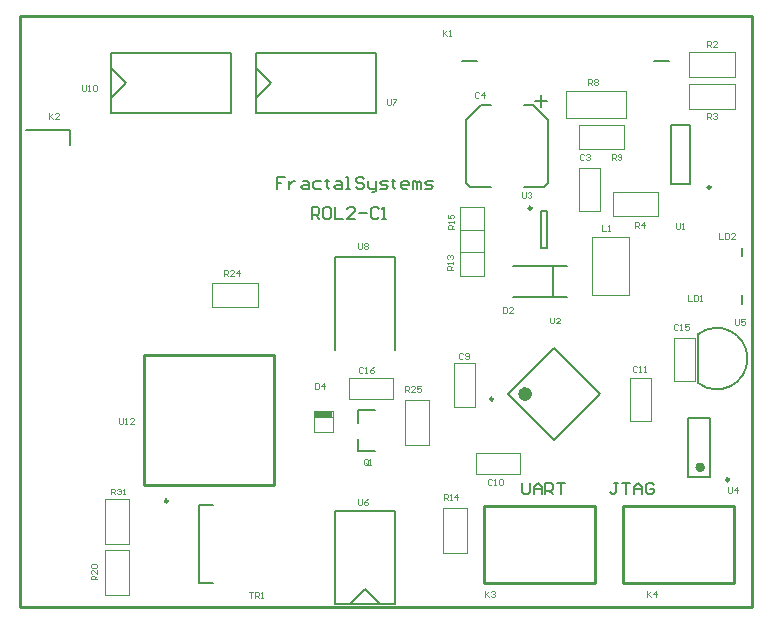
<source format=gto>
%FSLAX25Y25*%
%MOIN*%
G70*
G01*
G75*
G04 Layer_Color=65535*
%ADD10R,0.04331X0.05512*%
%ADD11R,0.03543X0.02756*%
%ADD12R,0.04803X0.03583*%
%ADD13R,0.03150X0.09449*%
%ADD14R,0.05512X0.04331*%
%ADD15R,0.24410X0.22835*%
%ADD16R,0.11811X0.06299*%
%ADD17R,0.07087X0.08268*%
%ADD18R,0.10039X0.07677*%
%ADD19R,0.04331X0.02362*%
G04:AMPARAMS|DCode=20|XSize=9.84mil|YSize=70.87mil|CornerRadius=0mil|HoleSize=0mil|Usage=FLASHONLY|Rotation=135.000|XOffset=0mil|YOffset=0mil|HoleType=Round|Shape=Round|*
%AMOVALD20*
21,1,0.06102,0.00984,0.00000,0.00000,225.0*
1,1,0.00984,0.02158,0.02158*
1,1,0.00984,-0.02158,-0.02158*
%
%ADD20OVALD20*%

G04:AMPARAMS|DCode=21|XSize=9.84mil|YSize=70.87mil|CornerRadius=0mil|HoleSize=0mil|Usage=FLASHONLY|Rotation=45.000|XOffset=0mil|YOffset=0mil|HoleType=Round|Shape=Round|*
%AMOVALD21*
21,1,0.06102,0.00984,0.00000,0.00000,135.0*
1,1,0.00984,0.02158,-0.02158*
1,1,0.00984,-0.02158,0.02158*
%
%ADD21OVALD21*%

%ADD22R,0.07087X0.09055*%
%ADD23R,0.02362X0.11811*%
%ADD24O,0.08661X0.02362*%
%ADD25R,0.02756X0.03150*%
%ADD26R,0.06000X0.07000*%
%ADD27R,0.06299X0.12598*%
%ADD28O,0.09843X0.02756*%
%ADD29C,0.00800*%
%ADD30C,0.01969*%
%ADD31C,0.00984*%
%ADD32C,0.03937*%
%ADD33C,0.03543*%
%ADD34C,0.01181*%
%ADD35C,0.05906*%
%ADD36C,0.02756*%
%ADD37C,0.11811*%
%ADD38C,0.03150*%
%ADD39C,0.01500*%
%ADD40C,0.01575*%
%ADD41C,0.01000*%
%ADD42C,0.07480*%
%ADD43C,0.06000*%
%ADD44O,0.07874X0.03937*%
%ADD45O,0.07874X0.03937*%
%ADD46C,0.02362*%
%ADD47R,0.15748X0.19685*%
%ADD48R,0.07000X0.06000*%
G04:AMPARAMS|DCode=49|XSize=59.06mil|YSize=39.37mil|CornerRadius=1.97mil|HoleSize=0mil|Usage=FLASHONLY|Rotation=90.000|XOffset=0mil|YOffset=0mil|HoleType=Round|Shape=RoundedRectangle|*
%AMROUNDEDRECTD49*
21,1,0.05906,0.03543,0,0,90.0*
21,1,0.05512,0.03937,0,0,90.0*
1,1,0.00394,0.01772,0.02756*
1,1,0.00394,0.01772,-0.02756*
1,1,0.00394,-0.01772,-0.02756*
1,1,0.00394,-0.01772,0.02756*
%
%ADD49ROUNDEDRECTD49*%
%ADD50R,0.04600X0.04600*%
%ADD51R,0.07480X0.06299*%
%ADD52R,0.04724X0.10236*%
%ADD53C,0.07874*%
%ADD54C,0.15748*%
%ADD55C,0.13780*%
%ADD56C,0.00827*%
%ADD57C,0.02362*%
%ADD58C,0.00787*%
%ADD59C,0.00394*%
%ADD60C,0.00500*%
%ADD61C,0.00591*%
%ADD62C,0.00669*%
%ADD63R,0.06299X0.01969*%
D29*
X1969Y158811D02*
X16732D01*
X78661Y164449D02*
X78661Y184449D01*
X78661Y169449D02*
X83661Y174449D01*
X78661Y179449D02*
X83661Y174449D01*
X118661Y164449D02*
Y184449D01*
X78661D02*
X118661D01*
X78661Y164449D02*
X118661D01*
X124921Y85551D02*
Y116535D01*
X104921Y85551D02*
Y116535D01*
X124921Y116535D01*
X124921Y905D02*
Y31890D01*
X104921D02*
X104921Y905D01*
X104921Y31890D02*
X124921D01*
X109921Y905D02*
X114921Y5906D01*
X119921Y905D01*
X104921Y905D02*
X124921Y905D01*
X30433Y164449D02*
X30433Y184449D01*
X30433Y169449D02*
X35433Y174449D01*
X30433Y179449D02*
X35433Y174449D01*
X70433Y164449D02*
Y184449D01*
X30433D02*
X70433D01*
X30433Y164449D02*
X70433D01*
D31*
X49311Y35197D02*
G03*
X49311Y35197I-492J0D01*
G01*
X170571Y132874D02*
G03*
X170571Y132874I-492J0D01*
G01*
X157763Y69196D02*
G03*
X157763Y69196I-492J0D01*
G01*
X236319Y42303D02*
G03*
X236319Y42303I-492J0D01*
G01*
X230217Y139744D02*
G03*
X230217Y139744I-492J0D01*
G01*
D40*
X227559Y46457D02*
G03*
X227559Y46457I-787J0D01*
G01*
D41*
X41339Y40551D02*
X84646D01*
X41339D02*
Y83858D01*
X84646D01*
Y40551D02*
Y83858D01*
X154724Y33465D02*
X191732D01*
Y7874D02*
Y33465D01*
X154724Y7874D02*
Y33465D01*
Y7874D02*
X191732D01*
X200984Y33465D02*
X237992D01*
Y7874D02*
Y33465D01*
X200984Y7874D02*
Y33465D01*
Y7874D02*
X237992D01*
X0Y0D02*
Y196850D01*
X244094D01*
Y0D02*
Y196850D01*
X0Y0D02*
X244094D01*
D57*
X169587Y70866D02*
G03*
X169587Y70866I-1181J0D01*
G01*
D58*
X225981Y74611D02*
G03*
X225981Y90743I6302J8066D01*
G01*
X59842Y7992D02*
X64358D01*
X59842D02*
X59842Y33740D01*
X64358Y33740D01*
X177756Y103248D02*
Y113583D01*
X16732Y153811D02*
Y158811D01*
X173819Y131890D02*
X175787D01*
X173819Y119685D02*
X175787D01*
X173819D02*
Y131890D01*
X175787Y119685D02*
Y131890D01*
X162838Y70866D02*
X178150Y55555D01*
Y86178D02*
X193461Y70866D01*
X162838D02*
X178150Y86178D01*
Y55555D02*
X193461Y70866D01*
X229921Y43307D02*
Y62992D01*
X222835Y43307D02*
Y62992D01*
Y43307D02*
X229921D01*
X222835Y62992D02*
X229921D01*
X225984Y74611D02*
Y90743D01*
X147449Y181890D02*
X152449D01*
X211449D02*
X216449D01*
X223228Y140945D02*
Y160630D01*
X216929Y140945D02*
Y160630D01*
Y140945D02*
X223228D01*
X216929Y160630D02*
X223228D01*
D59*
X109646Y69291D02*
X124213D01*
X109646D02*
Y76378D01*
X124213D01*
Y69291D02*
Y76378D01*
X98032Y65256D02*
X104331D01*
Y58366D02*
Y65256D01*
X98032Y58366D02*
X104331D01*
X98032D02*
Y65256D01*
Y63287D02*
X104331D01*
X36319Y20768D02*
Y35925D01*
X28248Y20768D02*
X36319D01*
X28248D02*
Y35925D01*
X36319D01*
X136319Y53839D02*
Y68996D01*
X128248Y53839D02*
X136319D01*
X128248D02*
Y68996D01*
X136319D01*
X36319Y3839D02*
Y18996D01*
X28248Y3839D02*
X36319D01*
X28248D02*
Y18996D01*
X36319D01*
X64075Y107972D02*
X79232D01*
Y99902D02*
Y107972D01*
X64075Y99902D02*
X79232D01*
X64075D02*
Y107972D01*
X223130Y184744D02*
X238287D01*
Y176673D02*
Y184744D01*
X223130Y176673D02*
X238287D01*
X223130D02*
Y184744D01*
Y166043D02*
X238287D01*
X223130D02*
Y174114D01*
X238287D01*
Y166043D02*
Y174114D01*
X190847Y123327D02*
X203051D01*
X190847Y104035D02*
Y123327D01*
Y104035D02*
X203051D01*
Y123327D01*
X186417Y131791D02*
X193504D01*
Y146358D01*
X186417Y146358D02*
X193504Y146358D01*
X186417Y131791D02*
Y146358D01*
X217913Y89665D02*
X225000D01*
X217913Y75099D02*
Y89665D01*
Y75099D02*
X225000D01*
X225000Y89665D02*
X225000Y75099D01*
X141043Y17815D02*
Y32972D01*
X149114D01*
Y17815D02*
Y32972D01*
X141043Y17815D02*
X149114D01*
X146752Y133366D02*
X146752Y118209D01*
X146752Y133366D02*
X154823D01*
X154823Y118209D01*
X146752D02*
X154823D01*
Y110335D02*
X154823Y125492D01*
X146752Y110335D02*
X154823D01*
X146752D02*
X146752Y125492D01*
X154823D01*
X144783Y81201D02*
X151870D01*
X144783Y66634D02*
Y81201D01*
Y66634D02*
X151870Y66634D01*
Y81201D01*
X152165Y44094D02*
Y51181D01*
Y44094D02*
X166732D01*
Y51181D01*
X152165D02*
X166732D01*
X203346Y61811D02*
X210433D01*
Y76378D01*
X203346Y76378D02*
X210433Y76378D01*
X203346Y61811D02*
Y76378D01*
X186319Y160531D02*
X201476D01*
Y152461D02*
Y160531D01*
X186319Y152461D02*
X201476D01*
X186319D02*
Y160531D01*
X181988Y162795D02*
Y171850D01*
Y162795D02*
X201969D01*
Y171850D01*
X181988D02*
X201969D01*
X197638Y138189D02*
X212795D01*
Y130118D02*
Y138189D01*
X197638Y130118D02*
X212795D01*
X197638D02*
Y138189D01*
X114304Y79593D02*
X113976Y79921D01*
X113320D01*
X112992Y79593D01*
Y78281D01*
X113320Y77953D01*
X113976D01*
X114304Y78281D01*
X114960Y77953D02*
X115616D01*
X115288D01*
Y79921D01*
X114960Y79593D01*
X117912Y79921D02*
X117256Y79593D01*
X116600Y78937D01*
Y78281D01*
X116928Y77953D01*
X117584D01*
X117912Y78281D01*
Y78609D01*
X117584Y78937D01*
X116600D01*
X115879Y47572D02*
Y48884D01*
X115551Y49212D01*
X114895D01*
X114567Y48884D01*
Y47572D01*
X114895Y47244D01*
X115551D01*
X115223Y47900D02*
X115879Y47244D01*
X115551D02*
X115879Y47572D01*
X116535Y47244D02*
X117191D01*
X116863D01*
Y49212D01*
X116535Y48884D01*
X98425Y74409D02*
Y72441D01*
X99409D01*
X99737Y72769D01*
Y74081D01*
X99409Y74409D01*
X98425D01*
X101377Y72441D02*
Y74409D01*
X100393Y73425D01*
X101705D01*
X33071Y62991D02*
Y61352D01*
X33399Y61024D01*
X34055D01*
X34383Y61352D01*
Y62991D01*
X35039Y61024D02*
X35695D01*
X35367D01*
Y62991D01*
X35039Y62664D01*
X37990Y61024D02*
X36679D01*
X37990Y62335D01*
Y62664D01*
X37663Y62991D01*
X37007D01*
X36679Y62664D01*
X30315Y37402D02*
Y39369D01*
X31299D01*
X31627Y39042D01*
Y38385D01*
X31299Y38058D01*
X30315D01*
X30971D02*
X31627Y37402D01*
X32283Y39042D02*
X32611Y39369D01*
X33267D01*
X33595Y39042D01*
Y38713D01*
X33267Y38385D01*
X32939D01*
X33267D01*
X33595Y38058D01*
Y37730D01*
X33267Y37402D01*
X32611D01*
X32283Y37730D01*
X34251Y37402D02*
X34907D01*
X34579D01*
Y39369D01*
X34251Y39042D01*
X128413Y71624D02*
Y73592D01*
X129396D01*
X129725Y73264D01*
Y72608D01*
X129396Y72280D01*
X128413D01*
X129069D02*
X129725Y71624D01*
X131692D02*
X130380D01*
X131692Y72936D01*
Y73264D01*
X131364Y73592D01*
X130708D01*
X130380Y73264D01*
X133660Y73592D02*
X132348D01*
Y72608D01*
X133004Y72936D01*
X133332D01*
X133660Y72608D01*
Y71952D01*
X133332Y71624D01*
X132676D01*
X132348Y71952D01*
X25591Y9055D02*
X23623D01*
Y10039D01*
X23951Y10367D01*
X24607D01*
X24935Y10039D01*
Y9055D01*
Y9711D02*
X25591Y10367D01*
Y12335D02*
Y11023D01*
X24279Y12335D01*
X23951D01*
X23623Y12007D01*
Y11351D01*
X23951Y11023D01*
Y12991D02*
X23623Y13319D01*
Y13975D01*
X23951Y14303D01*
X25263D01*
X25591Y13975D01*
Y13319D01*
X25263Y12991D01*
X23951D01*
X68110Y110236D02*
Y112204D01*
X69094D01*
X69422Y111876D01*
Y111220D01*
X69094Y110892D01*
X68110D01*
X68766D02*
X69422Y110236D01*
X71390D02*
X70078D01*
X71390Y111548D01*
Y111876D01*
X71062Y112204D01*
X70406D01*
X70078Y111876D01*
X73030Y110236D02*
Y112204D01*
X72046Y111220D01*
X73358D01*
X76378Y4724D02*
X77690D01*
X77034D01*
Y2756D01*
X78346D02*
Y4724D01*
X79330D01*
X79658Y4396D01*
Y3740D01*
X79330Y3412D01*
X78346D01*
X79002D02*
X79658Y2756D01*
X80314D02*
X80970D01*
X80642D01*
Y4724D01*
X80314Y4396D01*
X9843Y164566D02*
Y162599D01*
Y163254D01*
X11154Y164566D01*
X10170Y163582D01*
X11154Y162599D01*
X13122D02*
X11810D01*
X13122Y163910D01*
Y164238D01*
X12794Y164566D01*
X12138D01*
X11810Y164238D01*
X140945Y192125D02*
Y190157D01*
Y190813D01*
X142257Y192125D01*
X141273Y191141D01*
X142257Y190157D01*
X142913D02*
X143569D01*
X143241D01*
Y192125D01*
X142913Y191797D01*
X187953Y150566D02*
X187625Y150894D01*
X186969D01*
X186641Y150566D01*
Y149254D01*
X186969Y148926D01*
X187625D01*
X187953Y149254D01*
X188609Y150566D02*
X188937Y150894D01*
X189593D01*
X189921Y150566D01*
Y150238D01*
X189593Y149910D01*
X189265D01*
X189593D01*
X189921Y149582D01*
Y149254D01*
X189593Y148926D01*
X188937D01*
X188609Y149254D01*
X152985Y171325D02*
X152657Y171653D01*
X152001D01*
X151673Y171325D01*
Y170013D01*
X152001Y169685D01*
X152657D01*
X152985Y170013D01*
X154625Y169685D02*
Y171653D01*
X153641Y170669D01*
X154953D01*
X147769Y84317D02*
X147441Y84645D01*
X146785D01*
X146457Y84317D01*
Y83005D01*
X146785Y82677D01*
X147441D01*
X147769Y83005D01*
X148424D02*
X148752Y82677D01*
X149408D01*
X149736Y83005D01*
Y84317D01*
X149408Y84645D01*
X148752D01*
X148424Y84317D01*
Y83989D01*
X148752Y83661D01*
X149736D01*
X157513Y42191D02*
X157185Y42519D01*
X156529D01*
X156201Y42191D01*
Y40879D01*
X156529Y40551D01*
X157185D01*
X157513Y40879D01*
X158169Y40551D02*
X158825D01*
X158497D01*
Y42519D01*
X158169Y42191D01*
X159809D02*
X160136Y42519D01*
X160793D01*
X161120Y42191D01*
Y40879D01*
X160793Y40551D01*
X160136D01*
X159809Y40879D01*
Y42191D01*
X205839Y79790D02*
X205511Y80117D01*
X204855D01*
X204528Y79790D01*
Y78478D01*
X204855Y78150D01*
X205511D01*
X205839Y78478D01*
X206495Y78150D02*
X207151D01*
X206823D01*
Y80117D01*
X206495Y79790D01*
X208135Y78150D02*
X208791D01*
X208463D01*
Y80117D01*
X208135Y79790D01*
X219404Y93869D02*
X219076Y94197D01*
X218420D01*
X218092Y93869D01*
Y92557D01*
X218420Y92229D01*
X219076D01*
X219404Y92557D01*
X220060Y92229D02*
X220716D01*
X220388D01*
Y94197D01*
X220060Y93869D01*
X223012Y94197D02*
X221700D01*
Y93213D01*
X222356Y93541D01*
X222684D01*
X223012Y93213D01*
Y92557D01*
X222684Y92229D01*
X222028D01*
X221700Y92557D01*
X161122Y99999D02*
Y98032D01*
X162106D01*
X162434Y98360D01*
Y99671D01*
X162106Y99999D01*
X161122D01*
X164402Y98032D02*
X163090D01*
X164402Y99343D01*
Y99671D01*
X164074Y99999D01*
X163418D01*
X163090Y99671D01*
X155118Y5117D02*
Y3150D01*
Y3806D01*
X156430Y5117D01*
X155446Y4134D01*
X156430Y3150D01*
X157086Y4789D02*
X157414Y5117D01*
X158070D01*
X158398Y4789D01*
Y4462D01*
X158070Y4134D01*
X157742D01*
X158070D01*
X158398Y3806D01*
Y3478D01*
X158070Y3150D01*
X157414D01*
X157086Y3478D01*
X209055Y5314D02*
Y3347D01*
Y4002D01*
X210367Y5314D01*
X209383Y4330D01*
X210367Y3347D01*
X212007D02*
Y5314D01*
X211023Y4330D01*
X212335D01*
X194193Y127165D02*
Y125197D01*
X195505D01*
X196161D02*
X196817D01*
X196489D01*
Y127165D01*
X196161Y126837D01*
X222835Y103936D02*
Y101969D01*
X224147D01*
X224802Y103936D02*
Y101969D01*
X225786D01*
X226114Y102296D01*
Y103608D01*
X225786Y103936D01*
X224802D01*
X226770Y101969D02*
X227426D01*
X227098D01*
Y103936D01*
X226770Y103608D01*
X233071Y124409D02*
Y122441D01*
X234383D01*
X235039Y124409D02*
Y122441D01*
X236023D01*
X236351Y122769D01*
Y124081D01*
X236023Y124409D01*
X235039D01*
X238318Y122441D02*
X237007D01*
X238318Y123753D01*
Y124081D01*
X237990Y124409D01*
X237335D01*
X237007Y124081D01*
X229134Y186614D02*
Y188582D01*
X230118D01*
X230446Y188254D01*
Y187598D01*
X230118Y187270D01*
X229134D01*
X229790D02*
X230446Y186614D01*
X232414D02*
X231102D01*
X232414Y187926D01*
Y188254D01*
X232086Y188582D01*
X231430D01*
X231102Y188254D01*
X229134Y162598D02*
Y164566D01*
X230118D01*
X230446Y164238D01*
Y163582D01*
X230118Y163254D01*
X229134D01*
X229790D02*
X230446Y162598D01*
X231102Y164238D02*
X231430Y164566D01*
X232086D01*
X232414Y164238D01*
Y163910D01*
X232086Y163582D01*
X231758D01*
X232086D01*
X232414Y163254D01*
Y162926D01*
X232086Y162598D01*
X231430D01*
X231102Y162926D01*
X205118Y126378D02*
Y128346D01*
X206102D01*
X206430Y128018D01*
Y127362D01*
X206102Y127034D01*
X205118D01*
X205774D02*
X206430Y126378D01*
X208070D02*
Y128346D01*
X207086Y127362D01*
X208398D01*
X189469Y174016D02*
Y175984D01*
X190452D01*
X190780Y175656D01*
Y175000D01*
X190452Y174672D01*
X189469D01*
X190124D02*
X190780Y174016D01*
X191436Y175656D02*
X191764Y175984D01*
X192420D01*
X192748Y175656D01*
Y175328D01*
X192420Y175000D01*
X192748Y174672D01*
Y174344D01*
X192420Y174016D01*
X191764D01*
X191436Y174344D01*
Y174672D01*
X191764Y175000D01*
X191436Y175328D01*
Y175656D01*
X191764Y175000D02*
X192420D01*
X197244Y148917D02*
Y150885D01*
X198228D01*
X198556Y150557D01*
Y149901D01*
X198228Y149573D01*
X197244D01*
X197900D02*
X198556Y148917D01*
X199212Y149245D02*
X199540Y148917D01*
X200196D01*
X200524Y149245D01*
Y150557D01*
X200196Y150885D01*
X199540D01*
X199212Y150557D01*
Y150229D01*
X199540Y149901D01*
X200524D01*
X144390Y112303D02*
X142422D01*
Y113287D01*
X142750Y113615D01*
X143406D01*
X143734Y113287D01*
Y112303D01*
Y112959D02*
X144390Y113615D01*
Y114271D02*
Y114927D01*
Y114599D01*
X142422D01*
X142750Y114271D01*
Y115911D02*
X142422Y116239D01*
Y116895D01*
X142750Y117223D01*
X143078D01*
X143406Y116895D01*
Y116567D01*
Y116895D01*
X143734Y117223D01*
X144062D01*
X144390Y116895D01*
Y116239D01*
X144062Y115911D01*
X141254Y35571D02*
Y37539D01*
X142238D01*
X142566Y37211D01*
Y36555D01*
X142238Y36227D01*
X141254D01*
X141910D02*
X142566Y35571D01*
X143222D02*
X143878D01*
X143550D01*
Y37539D01*
X143222Y37211D01*
X145846Y35571D02*
Y37539D01*
X144862Y36555D01*
X146174D01*
X144685Y125787D02*
X142717D01*
Y126771D01*
X143045Y127099D01*
X143701D01*
X144029Y126771D01*
Y125787D01*
Y126443D02*
X144685Y127099D01*
Y127755D02*
Y128411D01*
Y128083D01*
X142717D01*
X143045Y127755D01*
X142717Y130707D02*
Y129395D01*
X143701D01*
X143373Y130051D01*
Y130379D01*
X143701Y130707D01*
X144357D01*
X144685Y130379D01*
Y129723D01*
X144357Y129395D01*
X218799Y127952D02*
Y126312D01*
X219127Y125984D01*
X219783D01*
X220111Y126312D01*
Y127952D01*
X220767Y125984D02*
X221423D01*
X221095D01*
Y127952D01*
X220767Y127624D01*
X176772Y96358D02*
Y94718D01*
X177100Y94390D01*
X177756D01*
X178084Y94718D01*
Y96358D01*
X180051Y94390D02*
X178740D01*
X180051Y95702D01*
Y96030D01*
X179723Y96358D01*
X179068D01*
X178740Y96030D01*
X167247Y138202D02*
Y136562D01*
X167575Y136234D01*
X168231D01*
X168559Y136562D01*
Y138202D01*
X169215Y137874D02*
X169543Y138202D01*
X170199D01*
X170527Y137874D01*
Y137546D01*
X170199Y137218D01*
X169871D01*
X170199D01*
X170527Y136890D01*
Y136562D01*
X170199Y136234D01*
X169543D01*
X169215Y136562D01*
X236024Y39862D02*
Y38222D01*
X236352Y37894D01*
X237007D01*
X237335Y38222D01*
Y39862D01*
X238975Y37894D02*
Y39862D01*
X237991Y38878D01*
X239303D01*
X238287Y95865D02*
Y94226D01*
X238615Y93898D01*
X239271D01*
X239599Y94226D01*
Y95865D01*
X241567D02*
X240255D01*
Y94882D01*
X240911Y95210D01*
X241239D01*
X241567Y94882D01*
Y94226D01*
X241239Y93898D01*
X240583D01*
X240255Y94226D01*
X112598Y35826D02*
Y34186D01*
X112926Y33858D01*
X113582D01*
X113910Y34186D01*
Y35826D01*
X115878D02*
X115222Y35498D01*
X114566Y34842D01*
Y34186D01*
X114894Y33858D01*
X115550D01*
X115878Y34186D01*
Y34514D01*
X115550Y34842D01*
X114566D01*
X122244Y169094D02*
Y167454D01*
X122572Y167126D01*
X123228D01*
X123556Y167454D01*
Y169094D01*
X124212D02*
X125524D01*
Y168766D01*
X124212Y167454D01*
Y167126D01*
X112598Y121259D02*
Y119619D01*
X112926Y119291D01*
X113582D01*
X113910Y119619D01*
Y121259D01*
X114566Y120931D02*
X114894Y121259D01*
X115550D01*
X115878Y120931D01*
Y120603D01*
X115550Y120275D01*
X115878Y119947D01*
Y119619D01*
X115550Y119291D01*
X114894D01*
X114566Y119619D01*
Y119947D01*
X114894Y120275D01*
X114566Y120603D01*
Y120931D01*
X114894Y120275D02*
X115550D01*
X20768Y174015D02*
Y172375D01*
X21096Y172047D01*
X21752D01*
X22080Y172375D01*
Y174015D01*
X22736Y172047D02*
X23392D01*
X23064D01*
Y174015D01*
X22736Y173687D01*
X24375D02*
X24703Y174015D01*
X25359D01*
X25687Y173687D01*
Y172375D01*
X25359Y172047D01*
X24703D01*
X24375Y172375D01*
Y173687D01*
D60*
X112735Y65461D02*
X118235D01*
X112698Y51861D02*
X118235D01*
X112735Y61375D02*
Y65461D01*
X112698Y51861D02*
Y55961D01*
D61*
X164272Y113681D02*
X182382D01*
X164272Y103150D02*
X182382D01*
X240650Y100984D02*
X240650Y103740D01*
Y116732D02*
Y119488D01*
X148622Y162205D02*
X153740Y167323D01*
X171063D02*
X176181Y162205D01*
X174606Y139764D02*
X176181Y141339D01*
X148622D02*
X150197Y139764D01*
X171653Y168504D02*
X175591D01*
X173622Y166535D02*
Y170473D01*
X176181Y141339D02*
Y162205D01*
X167913Y139764D02*
X174606D01*
X167913Y167323D02*
X171063D01*
X150197Y139764D02*
X156890D01*
X148622Y141339D02*
Y162205D01*
X153740Y167323D02*
X156890D01*
D62*
X199474Y41337D02*
X198162D01*
X198818D01*
Y38058D01*
X198162Y37402D01*
X197506D01*
X196850Y38058D01*
X200786Y41337D02*
X203410D01*
X202098D01*
Y37402D01*
X204722D02*
Y40025D01*
X206034Y41337D01*
X207346Y40025D01*
Y37402D01*
Y39369D01*
X204722D01*
X211281Y40681D02*
X210626Y41337D01*
X209314D01*
X208658Y40681D01*
Y38058D01*
X209314Y37402D01*
X210626D01*
X211281Y38058D01*
Y39369D01*
X209969D01*
X167323Y41337D02*
Y38058D01*
X167979Y37402D01*
X169291D01*
X169947Y38058D01*
Y41337D01*
X171259Y37402D02*
Y40025D01*
X172571Y41337D01*
X173882Y40025D01*
Y37402D01*
Y39369D01*
X171259D01*
X175194Y37402D02*
Y41337D01*
X177162D01*
X177818Y40681D01*
Y39369D01*
X177162Y38713D01*
X175194D01*
X176506D02*
X177818Y37402D01*
X179130Y41337D02*
X181754D01*
X180442D01*
Y37402D01*
X97244Y129134D02*
Y133070D01*
X99212D01*
X99868Y132414D01*
Y131102D01*
X99212Y130446D01*
X97244D01*
X98556D02*
X99868Y129134D01*
X103148Y133070D02*
X101836D01*
X101180Y132414D01*
Y129790D01*
X101836Y129134D01*
X103148D01*
X103804Y129790D01*
Y132414D01*
X103148Y133070D01*
X105116D02*
Y129134D01*
X107739D01*
X111675D02*
X109051D01*
X111675Y131758D01*
Y132414D01*
X111019Y133070D01*
X109707D01*
X109051Y132414D01*
X112987Y131102D02*
X115611D01*
X119547Y132414D02*
X118891Y133070D01*
X117579D01*
X116923Y132414D01*
Y129790D01*
X117579Y129134D01*
X118891D01*
X119547Y129790D01*
X120859Y129134D02*
X122170D01*
X121514D01*
Y133070D01*
X120859Y132414D01*
X88451Y143306D02*
X85827D01*
Y141338D01*
X87139D01*
X85827D01*
Y139370D01*
X89763Y141994D02*
Y139370D01*
Y140682D01*
X90418Y141338D01*
X91074Y141994D01*
X91730D01*
X94354D02*
X95666D01*
X96322Y141338D01*
Y139370D01*
X94354D01*
X93698Y140026D01*
X94354Y140682D01*
X96322D01*
X100258Y141994D02*
X98290D01*
X97634Y141338D01*
Y140026D01*
X98290Y139370D01*
X100258D01*
X102226Y142650D02*
Y141994D01*
X101570D01*
X102882D01*
X102226D01*
Y140026D01*
X102882Y139370D01*
X105506Y141994D02*
X106817D01*
X107473Y141338D01*
Y139370D01*
X105506D01*
X104850Y140026D01*
X105506Y140682D01*
X107473D01*
X108785Y139370D02*
X110097D01*
X109441D01*
Y143306D01*
X108785D01*
X114689Y142650D02*
X114033Y143306D01*
X112721D01*
X112065Y142650D01*
Y141994D01*
X112721Y141338D01*
X114033D01*
X114689Y140682D01*
Y140026D01*
X114033Y139370D01*
X112721D01*
X112065Y140026D01*
X116001Y141994D02*
Y140026D01*
X116657Y139370D01*
X118625D01*
Y138714D01*
X117969Y138058D01*
X117313D01*
X118625Y139370D02*
Y141994D01*
X119937Y139370D02*
X121904D01*
X122560Y140026D01*
X121904Y140682D01*
X120592D01*
X119937Y141338D01*
X120592Y141994D01*
X122560D01*
X124528Y142650D02*
Y141994D01*
X123872D01*
X125184D01*
X124528D01*
Y140026D01*
X125184Y139370D01*
X129120D02*
X127808D01*
X127152Y140026D01*
Y141338D01*
X127808Y141994D01*
X129120D01*
X129776Y141338D01*
Y140682D01*
X127152D01*
X131088Y139370D02*
Y141994D01*
X131744D01*
X132400Y141338D01*
Y139370D01*
Y141338D01*
X133056Y141994D01*
X133712Y141338D01*
Y139370D01*
X135023D02*
X136991D01*
X137647Y140026D01*
X136991Y140682D01*
X135679D01*
X135023Y141338D01*
X135679Y141994D01*
X137647D01*
D63*
X101181Y64272D02*
D03*
M02*

</source>
